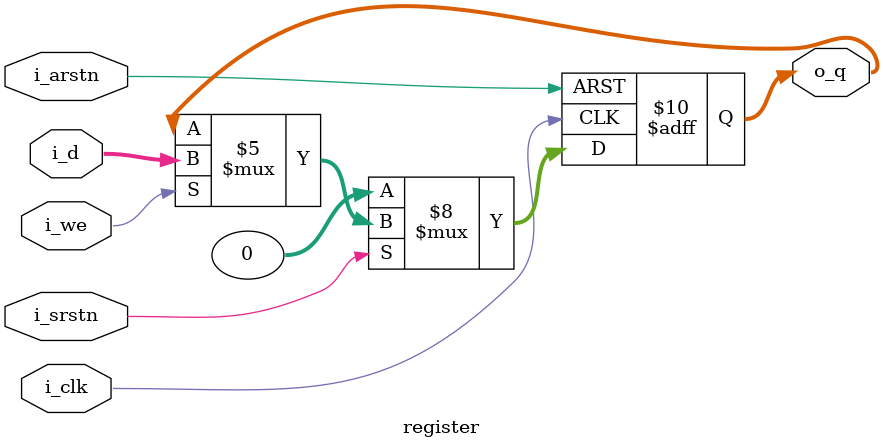
<source format=v>
`timescale 1 ps / 1 ps
module register(i_clk,i_arstn,i_srstn,i_we,i_d,o_q);

parameter WIDTH = 32;

input i_clk;
input i_arstn;
input i_srstn;
input i_we;
input [WIDTH-1:0] i_d;
output reg [WIDTH-1:0] o_q; 

always @(posedge i_clk or negedge i_arstn ) begin
	if(!i_arstn) begin
		o_q <= {WIDTH{1'b0}};
	end else if(!i_srstn) begin
		o_q <= {WIDTH{1'b0}};
		
	end else if(i_we) begin
		o_q <= i_d;
		
	end else
		o_q <= o_q;
	end

endmodule 

</source>
